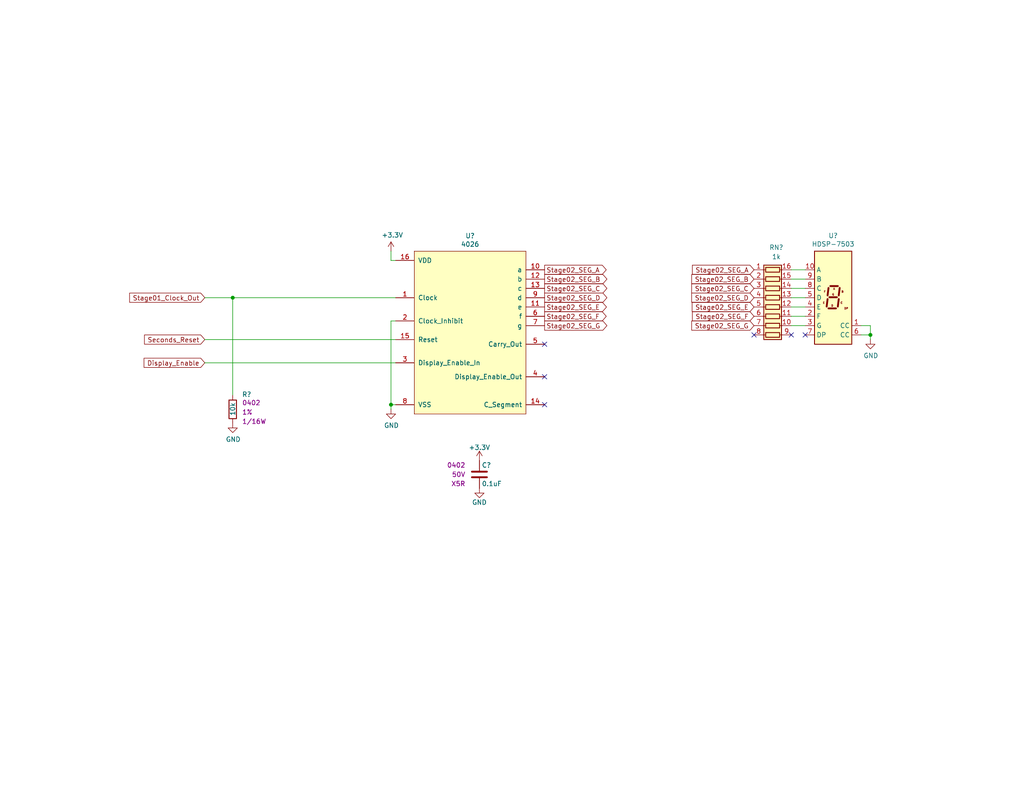
<source format=kicad_sch>
(kicad_sch (version 20230121) (generator eeschema)
  (paper "A")
  (title_block (title "Stopwatch") (date "2024-01-11") (rev "A") (company "Drew Maatman"))
  (lib_symbols
    (symbol "Custom_Library:4026" (pin_names (offset 1.016))
      (property "Reference" "U" (at 30.48 -43.18 0))
      (property "Value" "4026" (at 20.32 3.81 0))
      (symbol "4026_0_1"
        (rectangle (start 5.08 2.54) (end 35.56 -41.91) (fill (type background)))
      )
      (symbol "4026_1_1"
        (pin input line (at 0 -10.16 0) (length 5.08) (name "Clock") (number "1"))
        (pin output line (at 40.64 -2.54 180) (length 5.08) (name "a") (number "10"))
        (pin output line (at 40.64 -12.7 180) (length 5.08) (name "e") (number "11"))
        (pin output line (at 40.64 -5.08 180) (length 5.08) (name "b") (number "12"))
        (pin output line (at 40.64 -7.62 180) (length 5.08) (name "c") (number "13"))
        (pin output line (at 40.64 -39.37 180) (length 5.08) (name "C_Segment") (number "14"))
        (pin input line (at 0 -21.59 0) (length 5.08) (name "Reset") (number "15"))
        (pin power_in line (at 0 0 0) (length 5.08) (name "VDD") (number "16"))
        (pin input line (at 0 -16.51 0) (length 5.08) (name "Clock_Inhibit") (number "2"))
        (pin input line (at 0 -27.94 0) (length 5.08) (name "Display_Enable_In") (number "3"))
        (pin output line (at 40.64 -31.75 180) (length 5.08) (name "Display_Enable_Out") (number "4"))
        (pin output line (at 40.64 -22.86 180) (length 5.08) (name "Carry_Out") (number "5"))
        (pin output line (at 40.64 -15.24 180) (length 5.08) (name "f") (number "6"))
        (pin output line (at 40.64 -17.78 180) (length 5.08) (name "g") (number "7"))
        (pin power_in line (at 0 -39.37 0) (length 5.08) (name "VSS") (number "8"))
        (pin output line (at 40.64 -10.16 180) (length 5.08) (name "d") (number "9"))
      )
    )
    (symbol "Custom_Library:C_Custom" (pin_numbers hide) (pin_names (offset 0.254))
      (property "Reference" "C" (at 0.635 2.54 0))
      (property "Value" "C_Custom" (at 0.635 -2.54 0))
      (property "display_footprint" "Foot" (at -3.81 2.54 0))
      (property "Voltage" "V" (at -3.81 0 0))
      (property "Dielectric" "Er" (at -3.81 -2.54 0))
      (symbol "C_Custom_0_1"
        (polyline (pts (xy -2.032 -0.762) (xy 2.032 -0.762)) (stroke (width 0.508)))
        (polyline (pts (xy -2.032 0.762) (xy 2.032 0.762)) (stroke (width 0.508)))
      )
      (symbol "C_Custom_1_1"
        (pin passive line (at 0 3.81 270) (length 2.794) (name "~") (number "1"))
        (pin passive line (at 0 -3.81 90) (length 2.794) (name "~") (number "2"))
      )
    )
    (symbol "Custom_Library:R_Custom" (pin_numbers hide) (pin_names (offset 1.016) hide)
      (property "Reference" "R" (at -2.54 0 90))
      (property "Value" "R_Custom" (at 0 0 90))
      (property "display_footprint" "Foot" (at 2.54 0 90))
      (property "Tolerance" "Tol" (at 5.08 0 90))
      (property "Wattage" "W" (at 7.62 0 90))
      (symbol "R_Custom_0_1"
        (rectangle (start 1.016 2.54) (end -1.016 -2.54) (stroke (width 0.254)))
      )
      (symbol "R_Custom_1_1"
        (pin passive line (at 0 3.81 270) (length 1.27) (name "1") (number "1"))
        (pin passive line (at 0 -3.81 90) (length 1.27) (name "2") (number "2"))
      )
    )
    (symbol "Device:R_Pack08" (pin_names (offset 0) hide)
      (property "Reference" "RN" (at -12.7 0 90))
      (property "Value" "R_Pack08" (at 10.16 0 90))
      (symbol "R_Pack08_0_1"
        (rectangle (start -11.43 -2.413) (end 8.89 2.413) (stroke (width 0.254)) (fill (type background)))
        (rectangle (start -10.795 1.905) (end -9.525 -1.905) (stroke (width 0.254)))
        (rectangle (start -8.255 1.905) (end -6.985 -1.905) (stroke (width 0.254)))
        (rectangle (start -5.715 1.905) (end -4.445 -1.905) (stroke (width 0.254)))
        (rectangle (start -3.175 1.905) (end -1.905 -1.905) (stroke (width 0.254)))
        (rectangle (start -0.635 1.905) (end 0.635 -1.905) (stroke (width 0.254)))
        (polyline (pts (xy -10.16 -2.54) (xy -10.16 -1.905)))
        (polyline (pts (xy -10.16 1.905) (xy -10.16 2.54)))
        (polyline (pts (xy -7.62 -2.54) (xy -7.62 -1.905)))
        (polyline (pts (xy -7.62 1.905) (xy -7.62 2.54)))
        (polyline (pts (xy -5.08 -2.54) (xy -5.08 -1.905)))
        (polyline (pts (xy -5.08 1.905) (xy -5.08 2.54)))
        (polyline (pts (xy -2.54 -2.54) (xy -2.54 -1.905)))
        (polyline (pts (xy -2.54 1.905) (xy -2.54 2.54)))
        (polyline (pts (xy 0 -2.54) (xy 0 -1.905)))
        (polyline (pts (xy 0 1.905) (xy 0 2.54)))
        (polyline (pts (xy 2.54 -2.54) (xy 2.54 -1.905)))
        (polyline (pts (xy 2.54 1.905) (xy 2.54 2.54)))
        (polyline (pts (xy 5.08 -2.54) (xy 5.08 -1.905)))
        (polyline (pts (xy 5.08 1.905) (xy 5.08 2.54)))
        (polyline (pts (xy 7.62 -2.54) (xy 7.62 -1.905)))
        (polyline (pts (xy 7.62 1.905) (xy 7.62 2.54)))
        (rectangle (start 1.905 1.905) (end 3.175 -1.905) (stroke (width 0.254)))
        (rectangle (start 4.445 1.905) (end 5.715 -1.905) (stroke (width 0.254)))
        (rectangle (start 6.985 1.905) (end 8.255 -1.905) (stroke (width 0.254)))
      )
      (symbol "R_Pack08_1_1"
        (pin passive line (at -10.16 -5.08 90) (length 2.54) (name "R1.1") (number "1"))
        (pin passive line (at 5.08 5.08 270) (length 2.54) (name "R7.2") (number "10"))
        (pin passive line (at 2.54 5.08 270) (length 2.54) (name "R6.2") (number "11"))
        (pin passive line (at 0 5.08 270) (length 2.54) (name "R5.2") (number "12"))
        (pin passive line (at -2.54 5.08 270) (length 2.54) (name "R4.2") (number "13"))
        (pin passive line (at -5.08 5.08 270) (length 2.54) (name "R3.2") (number "14"))
        (pin passive line (at -7.62 5.08 270) (length 2.54) (name "R2.2") (number "15"))
        (pin passive line (at -10.16 5.08 270) (length 2.54) (name "R1.2") (number "16"))
        (pin passive line (at -7.62 -5.08 90) (length 2.54) (name "R2.1") (number "2"))
        (pin passive line (at -5.08 -5.08 90) (length 2.54) (name "R3.1") (number "3"))
        (pin passive line (at -2.54 -5.08 90) (length 2.54) (name "R4.1") (number "4"))
        (pin passive line (at 0 -5.08 90) (length 2.54) (name "R5.1") (number "5"))
        (pin passive line (at 2.54 -5.08 90) (length 2.54) (name "R6.1") (number "6"))
        (pin passive line (at 5.08 -5.08 90) (length 2.54) (name "R7.1") (number "7"))
        (pin passive line (at 7.62 -5.08 90) (length 2.54) (name "R8.1") (number "8"))
        (pin passive line (at 7.62 5.08 270) (length 2.54) (name "R8.2") (number "9"))
      )
    )
    (symbol "Display_Character:HDSP-7503"
      (property "Reference" "U" (at -3.81 13.97 0))
      (property "Value" "HDSP-7503" (at 6.35 13.97 0))
      (symbol "HDSP-7503_1_0"
        (text "A" (at 0.254 2.413 0) (effects (font (size 0.508 0.508))))
        (text "B" (at 2.54 1.651 0) (effects (font (size 0.508 0.508))))
        (text "C" (at 2.286 -1.397 0) (effects (font (size 0.508 0.508))))
        (text "D" (at -0.254 -2.159 0) (effects (font (size 0.508 0.508))))
        (text "DP" (at 3.556 -2.921 0) (effects (font (size 0.508 0.508))))
        (text "E" (at -2.54 -1.397 0) (effects (font (size 0.508 0.508))))
        (text "F" (at -2.286 1.651 0) (effects (font (size 0.508 0.508))))
        (text "G" (at 0 0.889 0) (effects (font (size 0.508 0.508))))
      )
      (symbol "HDSP-7503_1_1"
        (rectangle (start -5.08 12.7) (end 5.08 -12.7) (stroke (width 0.254)) (fill (type background)))
        (polyline (pts (xy -1.524 -0.381) (xy -1.778 -2.413)) (stroke (width 0.508)))
        (polyline (pts (xy -1.27 -2.921) (xy 0.762 -2.921)) (stroke (width 0.508)))
        (polyline (pts (xy -1.27 2.667) (xy -1.524 0.635)) (stroke (width 0.508)))
        (polyline (pts (xy -1.016 0.127) (xy 1.016 0.127)) (stroke (width 0.508)))
        (polyline (pts (xy -0.762 3.175) (xy 1.27 3.175)) (stroke (width 0.508)))
        (polyline (pts (xy 1.524 -0.381) (xy 1.27 -2.413)) (stroke (width 0.508)))
        (polyline (pts (xy 1.778 2.667) (xy 1.524 0.635)) (stroke (width 0.508)))
        (polyline (pts (xy 2.54 -2.921) (xy 2.54 -2.921)) (stroke (width 0.508)))
        (pin input line (at 7.62 -7.62 180) (length 2.54) (name "CC") (number "1"))
        (pin input line (at -7.62 7.62 0) (length 2.54) (name "A") (number "10"))
        (pin input line (at -7.62 -5.08 0) (length 2.54) (name "F") (number "2"))
        (pin input line (at -7.62 -7.62 0) (length 2.54) (name "G") (number "3"))
        (pin input line (at -7.62 -2.54 0) (length 2.54) (name "E") (number "4"))
        (pin input line (at -7.62 0 0) (length 2.54) (name "D") (number "5"))
        (pin input line (at 7.62 -10.16 180) (length 2.54) (name "CC") (number "6"))
        (pin input line (at -7.62 -10.16 0) (length 2.54) (name "DP") (number "7"))
        (pin input line (at -7.62 2.54 0) (length 2.54) (name "C") (number "8"))
        (pin input line (at -7.62 5.08 0) (length 2.54) (name "B") (number "9"))
      )
    )
    (symbol "power:+3.3V" (power) (pin_names (offset 0))
      (property "Value" "+3.3V" (at 0 3.556 0))
      (symbol "+3.3V_0_1"
        (polyline (pts (xy -0.762 1.27) (xy 0 2.54)))
        (polyline (pts (xy 0 0) (xy 0 2.54)))
        (polyline (pts (xy 0 2.54) (xy 0.762 1.27)))
      )
      (symbol "+3.3V_1_1"
        (pin power_in line (at 0 0 90) (length 0) hide (name "+3.3V") (number "1"))
      )
    )
    (symbol "power:GND" (power) (pin_names (offset 0))
      (property "Value" "GND" (at 0 -3.81 0))
      (symbol "GND_0_1"
        (polyline (pts (xy 0 0) (xy 0 -1.27) (xy 1.27 -1.27) (xy 0 -2.54) (xy -1.27 -1.27) (xy 0 -1.27)))
      )
      (symbol "GND_1_1"
        (pin power_in line (at 0 0 270) (length 0) hide (name "GND") (number "1"))
      )
    )
  )
  (junction (at 106.68 110.49))
  (junction (at 63.5 81.28))
  (junction (at 237.49 91.44))
  (no_connect (at 215.9 91.44))
  (no_connect (at 205.74 91.44))
  (no_connect (at 219.71 91.44))
  (no_connect (at 148.59 110.49))
  (no_connect (at 148.59 93.98))
  (no_connect (at 148.59 102.87))
  (wire (pts (xy 215.9 76.2) (xy 219.71 76.2)))
  (wire (pts (xy 215.9 81.28) (xy 219.71 81.28)))
  (wire (pts (xy 215.9 88.9) (xy 219.71 88.9)))
  (wire (pts (xy 107.95 81.28) (xy 63.5 81.28)))
  (wire (pts (xy 237.49 92.71) (xy 237.49 91.44)))
  (wire (pts (xy 215.9 73.66) (xy 219.71 73.66)))
  (wire (pts (xy 106.68 111.76) (xy 106.68 110.49)))
  (wire (pts (xy 215.9 86.36) (xy 219.71 86.36)))
  (wire (pts (xy 237.49 91.44) (xy 237.49 88.9)))
  (wire (pts (xy 55.88 92.71) (xy 107.95 92.71)))
  (wire (pts (xy 215.9 83.82) (xy 219.71 83.82)))
  (wire (pts (xy 106.68 68.58) (xy 106.68 71.12)))
  (wire (pts (xy 63.5 81.28) (xy 63.5 107.95)))
  (wire (pts (xy 215.9 78.74) (xy 219.71 78.74)))
  (wire (pts (xy 55.88 99.06) (xy 107.95 99.06)))
  (wire (pts (xy 106.68 110.49) (xy 107.95 110.49)))
  (wire (pts (xy 107.95 87.63) (xy 106.68 87.63)))
  (wire (pts (xy 55.88 81.28) (xy 63.5 81.28)))
  (wire (pts (xy 106.68 87.63) (xy 106.68 110.49)))
  (wire (pts (xy 234.95 91.44) (xy 237.49 91.44)))
  (wire (pts (xy 237.49 88.9) (xy 234.95 88.9)))
  (wire (pts (xy 106.68 71.12) (xy 107.95 71.12)))
  (global_label "Stage02_SEG_D" (shape output) (at 148.59 81.28 0) (property "Intersheetrefs" "${INTERSHEET_REFS}" (effects hide)))
  (global_label "Stage02_SEG_A" (shape input) (at 205.74 73.66 180) (property "Intersheetrefs" "${INTERSHEET_REFS}" (effects hide)))
  (global_label "Stage02_SEG_G" (shape input) (at 205.74 88.9 180) (property "Intersheetrefs" "${INTERSHEET_REFS}" (effects hide)))
  (global_label "Stage02_SEG_C" (shape output) (at 148.59 78.74 0) (property "Intersheetrefs" "${INTERSHEET_REFS}" (effects hide)))
  (global_label "Stage01_Clock_Out" (shape input) (at 55.88 81.28 180) (property "Intersheetrefs" "${INTERSHEET_REFS}" (effects hide)))
  (global_label "Stage02_SEG_G" (shape output) (at 148.59 88.9 0) (property "Intersheetrefs" "${INTERSHEET_REFS}" (effects hide)))
  (global_label "Stage02_SEG_F" (shape output) (at 148.59 86.36 0) (property "Intersheetrefs" "${INTERSHEET_REFS}" (effects hide)))
  (global_label "Stage02_SEG_A" (shape output) (at 148.59 73.66 0) (property "Intersheetrefs" "${INTERSHEET_REFS}" (effects hide)))
  (global_label "Stage02_SEG_B" (shape output) (at 148.59 76.2 0) (property "Intersheetrefs" "${INTERSHEET_REFS}" (effects hide)))
  (global_label "Stage02_SEG_D" (shape input) (at 205.74 81.28 180) (property "Intersheetrefs" "${INTERSHEET_REFS}" (effects hide)))
  (global_label "Stage02_SEG_E" (shape input) (at 205.74 83.82 180) (property "Intersheetrefs" "${INTERSHEET_REFS}" (effects hide)))
  (global_label "Stage02_SEG_F" (shape input) (at 205.74 86.36 180) (property "Intersheetrefs" "${INTERSHEET_REFS}" (effects hide)))
  (global_label "Display_Enable" (shape input) (at 55.88 99.06 180) (property "Intersheetrefs" "${INTERSHEET_REFS}" (effects hide)))
  (global_label "Stage02_SEG_E" (shape output) (at 148.59 83.82 0) (property "Intersheetrefs" "${INTERSHEET_REFS}" (effects hide)))
  (global_label "Stage02_SEG_C" (shape input) (at 205.74 78.74 180) (property "Intersheetrefs" "${INTERSHEET_REFS}" (effects hide)))
  (global_label "Stage02_SEG_B" (shape input) (at 205.74 76.2 180) (property "Intersheetrefs" "${INTERSHEET_REFS}" (effects hide)))
  (global_label "Seconds_Reset" (shape input) (at 55.88 92.71 180) (property "Intersheetrefs" "${INTERSHEET_REFS}" (effects hide)))
  (symbol (lib_id "Custom_Library:4026") (at 107.95 71.12 0) (unit 1)
    (property "Reference" "U?" (at 128.27 64.389 0))
    (property "Value" "4026" (at 128.27 66.7004 0))
    (property "Footprint" "Housings_SSOP:TSSOP-16_4.4x5mm_Pitch0.65mm" (effects hide))
    (property "Digi-Key PN" "296-32878-5-ND" (effects hide))
    (instances (project "Stopwatch" (path "" (reference "U?") (unit 1)) (path "" (reference "U801") (unit 1))))
  )
  (symbol (lib_id "power:+3.3V") (at 130.81 125.73 0) (unit 1)
    (property "Reference" "#PWR?" (effects hide))
    (property "Value" "+3.3V" (at 130.81 122.174 0))
    (instances (project "Stopwatch" (path "" (reference "#PWR?") (unit 1)) (path "" (reference "#PWR0804") (unit 1))))
  )
  (symbol (lib_id "power:GND") (at 63.5 115.57 0) (unit 1)
    (property "Reference" "#PWR?" (effects hide))
    (property "Value" "GND" (at 63.627 119.9642 0))
    (instances (project "Stopwatch" (path "" (reference "#PWR?") (unit 1)) (path "" (reference "#PWR0801") (unit 1))))
  )
  (symbol (lib_id "Device:R_Pack08") (at 210.82 83.82 270) (unit 1)
    (property "Reference" "RN?" (at 211.836 67.564 90))
    (property "Value" "1k" (at 211.836 70.104 90))
    (property "Footprint" "Resistor_SMD:R_Cat16-8" (effects hide))
    (property "Digi-Key PN" "CAT16-102J8LFCT-ND" (effects hide))
    (instances (project "Stopwatch" (path "" (reference "RN?") (unit 1)) (path "" (reference "RN801") (unit 1))))
  )
  (symbol (lib_id "Display_Character:HDSP-7503") (at 227.33 81.28 0) (unit 1)
    (property "Reference" "U?" (at 227.33 64.3382 0))
    (property "Value" "HDSP-7503" (at 227.33 66.6496 0))
    (property "Footprint" "Display_7Segment:HDSP-A151" (effects hide))
    (property "Datasheet" "https://docs.broadcom.com/docs/AV02-2553EN" (effects hide))
    (property "Digi-Key PN" "516-1203-5-ND" (effects hide))
    (instances (project "Stopwatch" (path "" (reference "U?") (unit 1)) (path "" (reference "U802") (unit 1))))
  )
  (symbol (lib_id "power:GND") (at 130.81 133.35 0) (unit 1)
    (property "Reference" "#PWR?" (effects hide))
    (property "Value" "GND" (at 130.81 137.16 0))
    (instances (project "Stopwatch" (path "" (reference "#PWR?") (unit 1)) (path "" (reference "#PWR0805") (unit 1))))
  )
  (symbol (lib_id "power:+3.3V") (at 106.68 68.58 0) (unit 1)
    (property "Reference" "#PWR?" (effects hide))
    (property "Value" "+3.3V" (at 107.061 64.1858 0))
    (instances (project "Stopwatch" (path "" (reference "#PWR?") (unit 1)) (path "" (reference "#PWR0802") (unit 1))))
  )
  (symbol (lib_id "power:GND") (at 106.68 111.76 0) (unit 1)
    (property "Reference" "#PWR?" (effects hide))
    (property "Value" "GND" (at 106.807 116.1542 0))
    (instances (project "Stopwatch" (path "" (reference "#PWR?") (unit 1)) (path "" (reference "#PWR0803") (unit 1))))
  )
  (symbol (lib_id "Custom_Library:C_Custom") (at 130.81 129.54 0) (unit 1)
    (property "Reference" "C?" (at 131.445 127 0) (effects (justify left)))
    (property "Value" "0.1uF" (at 131.445 132.08 0) (effects (justify left)))
    (property "Footprint" "Capacitors_SMD:C_0402" (effects hide))
    (property "display_footprint" "0402" (at 127 127 0) (effects (justify right)))
    (property "Voltage" "50V" (at 127 129.54 0) (effects (justify right)))
    (property "Dielectric" "X5R" (at 127 132.08 0) (effects (justify right)))
    (property "Digi-Key PN" "490-10697-1-ND" (effects hide))
    (instances (project "Stopwatch" (path "" (reference "C?") (unit 1)) (path "" (reference "C801") (unit 1))))
  )
  (symbol (lib_id "power:GND") (at 237.49 92.71 0) (unit 1)
    (property "Reference" "#PWR?" (effects hide))
    (property "Value" "GND" (at 237.617 97.1042 0))
    (instances (project "Stopwatch" (path "" (reference "#PWR?") (unit 1)) (path "" (reference "#PWR0806") (unit 1))))
  )
  (symbol (lib_id "Custom_Library:R_Custom") (at 63.5 111.76 0) (unit 1)
    (property "Reference" "R?" (at 66.04 107.696 0) (effects (justify left)))
    (property "Value" "10k" (at 63.5 113.538 90) (effects (justify left)))
    (property "Footprint" "Resistors_SMD:R_0402" (effects hide))
    (property "display_footprint" "0402" (at 66.04 109.982 0) (effects (justify left)))
    (property "Tolerance" "1%" (at 66.04 112.522 0) (effects (justify left)))
    (property "Wattage" "1/16W" (at 66.04 115.062 0) (effects (justify left)))
    (property "Digi-Key PN" "RMCF0402FT10K0CT-ND" (effects hide))
    (instances (project "Stopwatch" (path "" (reference "R?") (unit 1)) (path "" (reference "R801") (unit 1))))
  )
)
</source>
